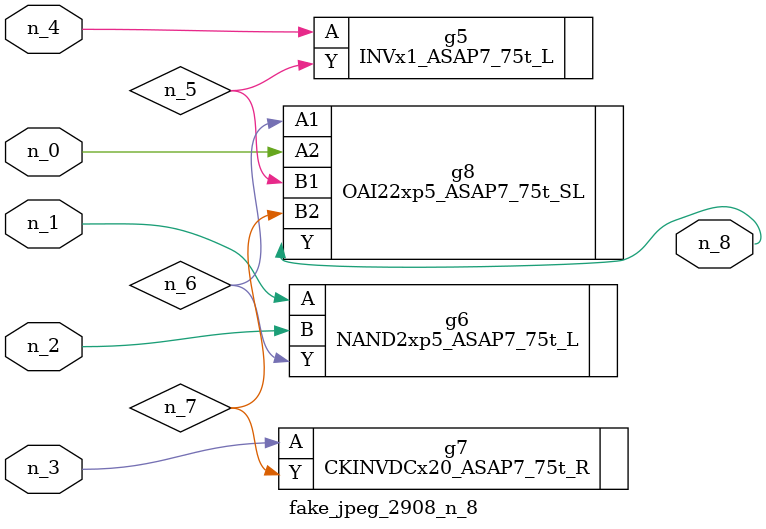
<source format=v>
module fake_jpeg_2908_n_8 (n_3, n_2, n_1, n_0, n_4, n_8);

input n_3;
input n_2;
input n_1;
input n_0;
input n_4;

output n_8;

wire n_6;
wire n_5;
wire n_7;

INVx1_ASAP7_75t_L g5 ( 
.A(n_4),
.Y(n_5)
);

NAND2xp5_ASAP7_75t_L g6 ( 
.A(n_1),
.B(n_2),
.Y(n_6)
);

CKINVDCx20_ASAP7_75t_R g7 ( 
.A(n_3),
.Y(n_7)
);

OAI22xp5_ASAP7_75t_SL g8 ( 
.A1(n_6),
.A2(n_0),
.B1(n_5),
.B2(n_7),
.Y(n_8)
);


endmodule
</source>
